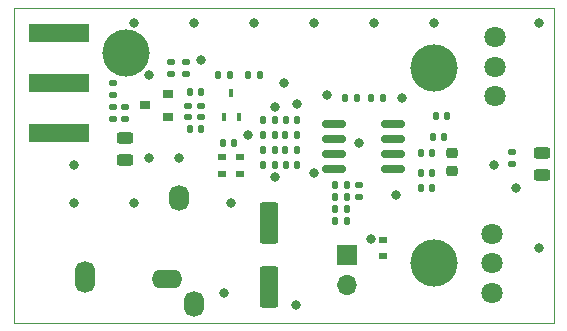
<source format=gbr>
G04 #@! TF.GenerationSoftware,KiCad,Pcbnew,(5.99.0-8616-g1e9639e89c)*
G04 #@! TF.CreationDate,2021-02-03T17:52:52+01:00*
G04 #@! TF.ProjectId,sinitsa,616c6c62-616e-4642-9e6b-696361645f70,rev?*
G04 #@! TF.SameCoordinates,Original*
G04 #@! TF.FileFunction,Soldermask,Top*
G04 #@! TF.FilePolarity,Negative*
%FSLAX46Y46*%
G04 Gerber Fmt 4.6, Leading zero omitted, Abs format (unit mm)*
G04 Created by KiCad (PCBNEW (5.99.0-8616-g1e9639e89c)) date 2021-02-03 17:52:52*
%MOMM*%
%LPD*%
G01*
G04 APERTURE LIST*
G04 Aperture macros list*
%AMRoundRect*
0 Rectangle with rounded corners*
0 $1 Rounding radius*
0 $2 $3 $4 $5 $6 $7 $8 $9 X,Y pos of 4 corners*
0 Add a 4 corners polygon primitive as box body*
4,1,4,$2,$3,$4,$5,$6,$7,$8,$9,$2,$3,0*
0 Add four circle primitives for the rounded corners*
1,1,$1+$1,$2,$3*
1,1,$1+$1,$4,$5*
1,1,$1+$1,$6,$7*
1,1,$1+$1,$8,$9*
0 Add four rect primitives between the rounded corners*
20,1,$1+$1,$2,$3,$4,$5,0*
20,1,$1+$1,$4,$5,$6,$7,0*
20,1,$1+$1,$6,$7,$8,$9,0*
20,1,$1+$1,$8,$9,$2,$3,0*%
G04 Aperture macros list end*
G04 #@! TA.AperFunction,Profile*
%ADD10C,0.050000*%
G04 #@! TD*
%ADD11O,2.600000X1.600000*%
%ADD12O,1.700000X2.200000*%
%ADD13O,1.700000X2.700000*%
%ADD14R,1.700000X1.700000*%
%ADD15O,1.700000X1.700000*%
%ADD16RoundRect,0.147500X-0.172500X0.147500X-0.172500X-0.147500X0.172500X-0.147500X0.172500X0.147500X0*%
%ADD17RoundRect,0.147500X0.147500X0.172500X-0.147500X0.172500X-0.147500X-0.172500X0.147500X-0.172500X0*%
%ADD18RoundRect,0.225000X0.250000X-0.225000X0.250000X0.225000X-0.250000X0.225000X-0.250000X-0.225000X0*%
%ADD19RoundRect,0.250000X-0.550000X1.500000X-0.550000X-1.500000X0.550000X-1.500000X0.550000X1.500000X0*%
%ADD20RoundRect,0.147500X-0.147500X-0.172500X0.147500X-0.172500X0.147500X0.172500X-0.147500X0.172500X0*%
%ADD21R,0.900000X0.800000*%
%ADD22R,0.700000X0.600000*%
%ADD23RoundRect,0.150000X0.825000X0.150000X-0.825000X0.150000X-0.825000X-0.150000X0.825000X-0.150000X0*%
%ADD24RoundRect,0.243750X0.456250X-0.243750X0.456250X0.243750X-0.456250X0.243750X-0.456250X-0.243750X0*%
%ADD25C,1.800000*%
%ADD26RoundRect,0.147500X0.172500X-0.147500X0.172500X0.147500X-0.172500X0.147500X-0.172500X-0.147500X0*%
%ADD27R,0.450000X0.700000*%
%ADD28R,5.080000X1.500000*%
%ADD29RoundRect,0.135000X-0.135000X-0.185000X0.135000X-0.185000X0.135000X0.185000X-0.135000X0.185000X0*%
%ADD30RoundRect,0.140000X-0.140000X-0.170000X0.140000X-0.170000X0.140000X0.170000X-0.140000X0.170000X0*%
%ADD31C,4.000000*%
%ADD32C,0.800000*%
G04 APERTURE END LIST*
D10*
X96520000Y-105410000D02*
X96520000Y-132080000D01*
X142240000Y-105410000D02*
X142240000Y-132080000D01*
X96520000Y-132080000D02*
X142240000Y-132080000D01*
X142240000Y-105410000D02*
X96520000Y-105410000D01*
D11*
G04 #@! TO.C,J2*
X109517000Y-128384000D03*
D12*
X111817000Y-130484000D03*
D13*
X102517000Y-128184000D03*
D12*
X110517000Y-121484000D03*
G04 #@! TD*
D14*
G04 #@! TO.C,BAT1*
X124714000Y-126365000D03*
D15*
X124714000Y-128905000D03*
G04 #@! TD*
D16*
G04 #@! TO.C,C1*
X104902000Y-111783000D03*
X104902000Y-112753000D03*
G04 #@! TD*
D17*
G04 #@! TO.C,C2*
X112372000Y-115697000D03*
X111402000Y-115697000D03*
G04 #@! TD*
G04 #@! TO.C,C3*
X117325000Y-111125000D03*
X116355000Y-111125000D03*
G04 #@! TD*
G04 #@! TO.C,C4*
X114785000Y-111125000D03*
X113815000Y-111125000D03*
G04 #@! TD*
D16*
G04 #@! TO.C,C5*
X111125000Y-110005000D03*
X111125000Y-110975000D03*
G04 #@! TD*
D18*
G04 #@! TO.C,C6*
X133604000Y-119266000D03*
X133604000Y-117716000D03*
G04 #@! TD*
D19*
G04 #@! TO.C,C7*
X118110000Y-123665000D03*
X118110000Y-129065000D03*
G04 #@! TD*
D20*
G04 #@! TO.C,C8*
X117625000Y-116205000D03*
X118595000Y-116205000D03*
G04 #@! TD*
G04 #@! TO.C,C9*
X119530000Y-114935000D03*
X120500000Y-114935000D03*
G04 #@! TD*
D17*
G04 #@! TO.C,C10*
X120500000Y-118745000D03*
X119530000Y-118745000D03*
G04 #@! TD*
D20*
G04 #@! TO.C,C100*
X123721000Y-120396000D03*
X124691000Y-120396000D03*
G04 #@! TD*
D21*
G04 #@! TO.C,D1*
X109585000Y-112715000D03*
X107585000Y-113665000D03*
X109585000Y-114615000D03*
G04 #@! TD*
D22*
G04 #@! TO.C,D2*
X115697000Y-119445000D03*
X115697000Y-118045000D03*
G04 #@! TD*
G04 #@! TO.C,D3*
X114173000Y-118045000D03*
X114173000Y-119445000D03*
G04 #@! TD*
D23*
G04 #@! TO.C,IC1*
X128611400Y-119024400D03*
X128611400Y-117754400D03*
X128611400Y-116484400D03*
X128611400Y-115214400D03*
X123661400Y-115214400D03*
X123661400Y-116484400D03*
X123661400Y-117754400D03*
X123661400Y-119024400D03*
G04 #@! TD*
D24*
G04 #@! TO.C,L1*
X105918000Y-118285500D03*
X105918000Y-116410500D03*
G04 #@! TD*
D16*
G04 #@! TO.C,R1*
X104902000Y-113815000D03*
X104902000Y-114785000D03*
G04 #@! TD*
G04 #@! TO.C,R2*
X111252000Y-113688000D03*
X111252000Y-114658000D03*
G04 #@! TD*
G04 #@! TO.C,R3*
X112395000Y-113688000D03*
X112395000Y-114658000D03*
G04 #@! TD*
D20*
G04 #@! TO.C,R4*
X111425000Y-112522000D03*
X112395000Y-112522000D03*
G04 #@! TD*
D16*
G04 #@! TO.C,R5*
X109855000Y-110005000D03*
X109855000Y-110975000D03*
G04 #@! TD*
D20*
G04 #@! TO.C,R7*
X130960000Y-120650000D03*
X131930000Y-120650000D03*
G04 #@! TD*
G04 #@! TO.C,R8*
X130960000Y-117729000D03*
X131930000Y-117729000D03*
G04 #@! TD*
G04 #@! TO.C,R9*
X130960000Y-119380000D03*
X131930000Y-119380000D03*
G04 #@! TD*
D25*
G04 #@! TO.C,R18*
X137287000Y-112903000D03*
X137287000Y-110403000D03*
X137287000Y-107903000D03*
G04 #@! TD*
D20*
G04 #@! TO.C,R11*
X123721000Y-121412000D03*
X124691000Y-121412000D03*
G04 #@! TD*
D26*
G04 #@! TO.C,R12*
X125730000Y-121389000D03*
X125730000Y-120419000D03*
G04 #@! TD*
D20*
G04 #@! TO.C,R13*
X123744000Y-122428000D03*
X124714000Y-122428000D03*
G04 #@! TD*
G04 #@! TO.C,R14*
X114196000Y-116840000D03*
X115166000Y-116840000D03*
G04 #@! TD*
G04 #@! TO.C,R15*
X119520600Y-116205000D03*
X120490600Y-116205000D03*
G04 #@! TD*
D17*
G04 #@! TO.C,R16*
X120490600Y-117475000D03*
X119520600Y-117475000D03*
G04 #@! TD*
G04 #@! TO.C,R17*
X118595000Y-114935000D03*
X117625000Y-114935000D03*
G04 #@! TD*
D20*
G04 #@! TO.C,R19*
X123721000Y-123444000D03*
X124691000Y-123444000D03*
G04 #@! TD*
D25*
G04 #@! TO.C,R20*
X137033000Y-129540000D03*
X137033000Y-127040000D03*
X137033000Y-124540000D03*
G04 #@! TD*
D27*
G04 #@! TO.C,T1*
X114285000Y-114665000D03*
X115585000Y-114665000D03*
X114935000Y-112665000D03*
G04 #@! TD*
D28*
G04 #@! TO.C,X1*
X100330000Y-111760000D03*
X100330000Y-116010000D03*
X100330000Y-107510000D03*
G04 #@! TD*
D24*
G04 #@! TO.C,LED1*
X141224000Y-119555500D03*
X141224000Y-117680500D03*
G04 #@! TD*
D26*
G04 #@! TO.C,R10*
X138684000Y-118595000D03*
X138684000Y-117625000D03*
G04 #@! TD*
D17*
G04 #@! TO.C,C11*
X118595000Y-117475000D03*
X117625000Y-117475000D03*
G04 #@! TD*
G04 #@! TO.C,R21*
X118595000Y-118745000D03*
X117625000Y-118745000D03*
G04 #@! TD*
D29*
G04 #@! TO.C,R22*
X126746000Y-113030000D03*
X127766000Y-113030000D03*
G04 #@! TD*
D26*
G04 #@! TO.C,L2*
X105918000Y-114785000D03*
X105918000Y-113815000D03*
G04 #@! TD*
D30*
G04 #@! TO.C,C12*
X132235000Y-114554000D03*
X133195000Y-114554000D03*
G04 #@! TD*
D29*
G04 #@! TO.C,R6*
X124585000Y-113030000D03*
X125605000Y-113030000D03*
G04 #@! TD*
D30*
G04 #@! TO.C,C13*
X131981000Y-116332000D03*
X132941000Y-116332000D03*
G04 #@! TD*
D22*
G04 #@! TO.C,D4*
X127762000Y-125030000D03*
X127762000Y-126430000D03*
G04 #@! TD*
D31*
X106045000Y-109220000D03*
D32*
X140970000Y-106680000D03*
X120396000Y-130556000D03*
X139065000Y-120650000D03*
X121920000Y-106680000D03*
X111760000Y-106680000D03*
D31*
X132080000Y-110490000D03*
D32*
X107950000Y-111125000D03*
X127000000Y-106680000D03*
X128905000Y-121285000D03*
D31*
X132080000Y-127000000D03*
D32*
X106680000Y-106680000D03*
X101600000Y-118745000D03*
X119380000Y-111760000D03*
X140970000Y-125730000D03*
X114935000Y-121920000D03*
X114300000Y-129540000D03*
X106680000Y-121920000D03*
X116840000Y-106680000D03*
X132080000Y-106680000D03*
X101600000Y-121920000D03*
X125730000Y-116840000D03*
X129413000Y-113030000D03*
X110490000Y-118110000D03*
X121920000Y-119380000D03*
X123063000Y-112776000D03*
X137160000Y-118745000D03*
X112395000Y-109855000D03*
X126746000Y-124968000D03*
X116332000Y-116205000D03*
X120523000Y-113538000D03*
X118618000Y-113792000D03*
X118618000Y-119761000D03*
X107950000Y-118110000D03*
M02*

</source>
